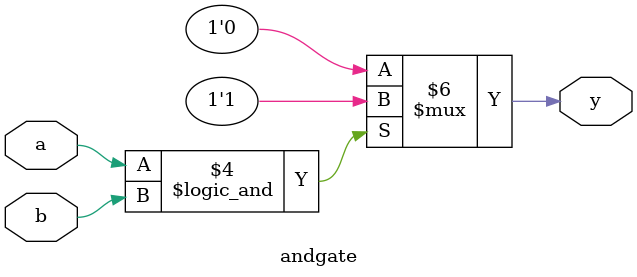
<source format=v>
module andgate(a,b,y);
input a,b;
output reg y;
always@(*)
begin
	if(a==1&&b==1)
	y=1;
	else
	y=0;
end
endmodule
</source>
